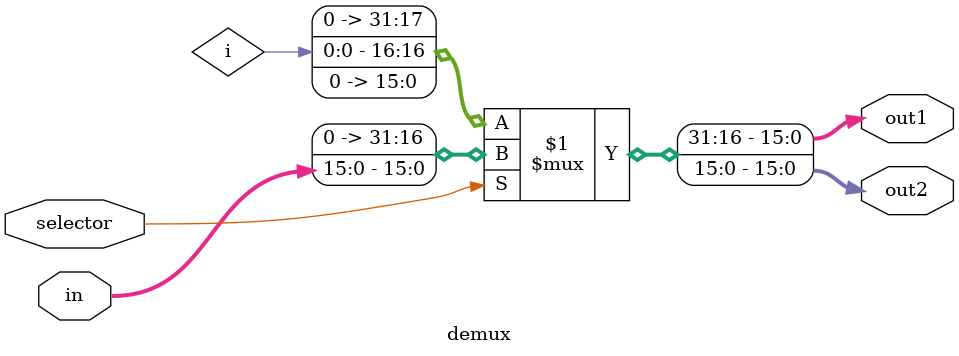
<source format=v>
module demux (
    input [15:0] in,
    input selector,
    output [15:0] out1,out2
);
    assign {out1,out2}=selector?{16'h0000,in}:{i,16'h0000};
endmodule
</source>
